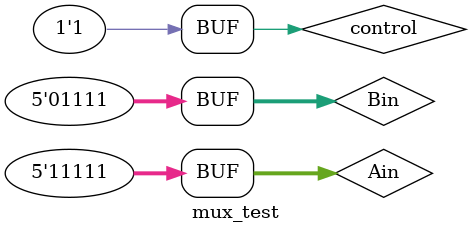
<source format=v>
`timescale 1ns / 1ps

module mux_test;

	reg [4:0] Ain;
	reg [4:0] Bin;
	reg control;
	wire [4:0] mux_out;

	mux#(5) uut (
		.Ain(Ain), 
		.Bin(Bin), 
		.control(control), 
		.mux_out(mux_out)
	);

	initial begin
		Ain <= 0;
		Bin <= 1;
		control <= 0;
        #10;
        
        Ain <= 0;
        Bin <= 1;
        control <= 1;
        #10;

		Ain <= 31;
		Bin <= 15;
		control <= 0;
        #10;
        
        Ain <= 31;
        Bin <= 15;
        control <= 1;
        #10;
	end
      
endmodule


</source>
